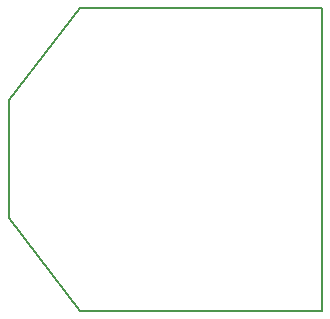
<source format=gbr>
G04 DipTrace 3.2.0.1*
G04 BoardOutline.gbr*
%MOIN*%
G04 #@! TF.FileFunction,Profile*
G04 #@! TF.Part,Single*
%ADD11C,0.005512*%
%FSLAX26Y26*%
G04*
G70*
G90*
G75*
G01*
G04 BoardOutline*
%LPD*%
X393701Y700787D2*
D11*
X629921Y393701D1*
X1437008D1*
Y1401575D1*
X629921D1*
X393701Y1094488D1*
Y700787D1*
M02*

</source>
